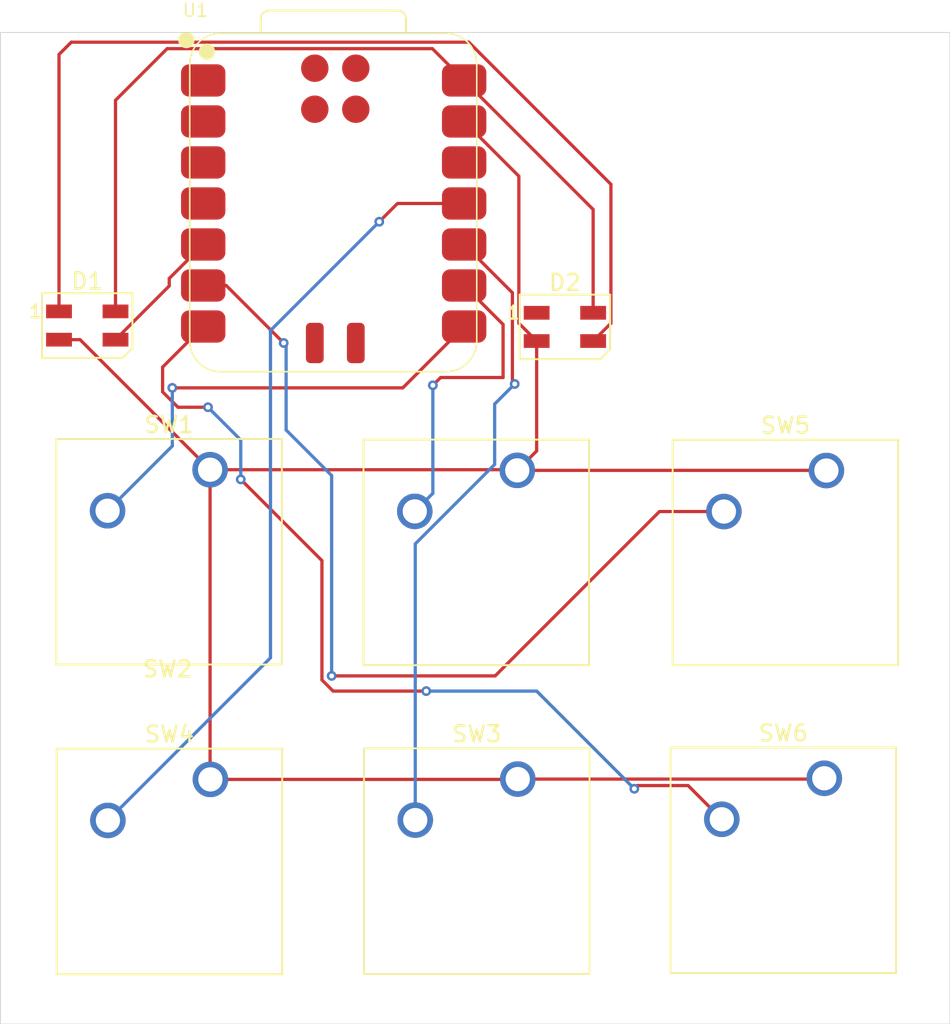
<source format=kicad_pcb>
(kicad_pcb (version 20241229) (generator "pcbnew") (generator_version "9.0")
  (layers (0 "F.Cu" signal) (2 "B.Cu" signal) (13 "F.Paste" user) (15 "B.Paste" user) (5 "F.SilkS" user "F.Silkscreen") (7 "B.SilkS" user "B.Silkscreen") (1 "F.Mask" user) (3 "B.Mask" user) (25 "Edge.Cuts" user))
  (net 0 "")
  (net 1 "Net-(D1-DIN)")
  (net 2 "+5V")
  (net 3 "GND")
  (net 4 "Net-(D1-DOUT)")
  (net 6 "Net-(U1-GPIO1{slash}RX)")
  (net 7 "Net-(U1-GPIO2{slash}SCK)")
  (net 8 "Net-(U1-GPIO4{slash}MISO)")
  (net 9 "Net-(U1-GPIO3{slash}MOSI)")
  (net 14 "Net-(U1-GPIO7{slash}SCL)")
  (net 15 "Net-(U1-GPIO0{slash}TX)")
  (footprint "Button_Switch_Keyboard:SW_Cherry_MX_1.00u_PCB" (layer "F.Cu") (at 148.85 109.66)
    (property "Reference" "SW4" (at -2.54 -2.794 0) (layer "F.SilkS"))
    (property "Value" "SW_Push")
    (fp_line (start -9.525 -1.905) (end 4.445 -1.905) (stroke (width 0.12)) (layer "F.SilkS"))
    (fp_line (start -9.525 12.065) (end -9.525 -1.905) (stroke (width 0.12)) (layer "F.SilkS"))
    (fp_line (start 4.445 -1.905) (end 4.445 12.065) (stroke (width 0.12)) (layer "F.SilkS"))
    (fp_line (start 4.445 12.065) (end -9.525 12.065) (stroke (width 0.12)) (layer "F.SilkS"))
    (pad "" np_thru_hole circle (at -7.62 5.08) (size 1.7 1.7) (drill 1.7) (layers "*.Cu" "*.Mask"))
    (pad "" np_thru_hole circle (at -2.54 5.08) (size 4 4) (drill 4) (layers "*.Cu" "*.Mask"))
    (pad "" np_thru_hole circle (at 2.54 5.08) (size 1.7 1.7) (drill 1.7) (layers "*.Cu" "*.Mask"))
    (pad "1" thru_hole circle (at 0 0) (size 2.2 2.2) (drill 1.5) (layers "*.Cu" "*.Mask") (net 3 "GND"))
    (pad "2" thru_hole circle (at -6.35 2.54) (size 2.2 2.2) (drill 1.5) (layers "*.Cu" "*.Mask") (net 9 "Net-(U1-GPIO3{slash}MOSI)"))
  )
  (footprint "Button_Switch_Keyboard:SW_Cherry_MX_1.00u_PCB" (layer "F.Cu") (at 187.01 90.53)
    (property "Reference" "SW5" (at -2.54 -2.794 0) (layer "F.SilkS"))
    (property "Value" "SW_Push")
    (fp_line (start -9.525 -1.905) (end 4.445 -1.905) (stroke (width 0.12)) (layer "F.SilkS"))
    (fp_line (start -9.525 12.065) (end -9.525 -1.905) (stroke (width 0.12)) (layer "F.SilkS"))
    (fp_line (start 4.445 -1.905) (end 4.445 12.065) (stroke (width 0.12)) (layer "F.SilkS"))
    (fp_line (start 4.445 12.065) (end -9.525 12.065) (stroke (width 0.12)) (layer "F.SilkS"))
    (pad "" np_thru_hole circle (at -7.62 5.08) (size 1.7 1.7) (drill 1.7) (layers "*.Cu" "*.Mask"))
    (pad "" np_thru_hole circle (at -2.54 5.08) (size 4 4) (drill 4) (layers "*.Cu" "*.Mask"))
    (pad "" np_thru_hole circle (at 2.54 5.08) (size 1.7 1.7) (drill 1.7) (layers "*.Cu" "*.Mask"))
    (pad "1" thru_hole circle (at 0 0) (size 2.2 2.2) (drill 1.5) (layers "*.Cu" "*.Mask") (net 3 "GND"))
    (pad "2" thru_hole circle (at -6.35 2.54) (size 2.2 2.2) (drill 1.5) (layers "*.Cu" "*.Mask") (net 14 "Net-(U1-GPIO7{slash}SCL)"))
  )
  (footprint "OPL:XIAO-RP2040-SMD" (layer "F.Cu") (at 156.4045 73.99025)
    (property "Reference" "U1" (at -9.335 -11.5 0) (layer "F.SilkS") (effects (font (size 0.78232 0.78232) (thickness 0.10668)) (justify left bottom)))
    (property "Value" "XIAO-RP2040-DIP")
    (fp_line (start -8.835 8.513) (end -8.835 -8.632) (stroke (width 0.1)) (layer "F.SilkS"))
    (fp_line (start -6.93 10.418) (end 7.04 10.418) (stroke (width 0.1)) (layer "F.SilkS"))
    (fp_line (start -4.44 -10.537) (end -4.436272 -11.447272) (stroke (width 0.127)) (layer "F.SilkS"))
    (fp_line (start -3.936272 -11.947) (end 4.059 -11.947) (stroke (width 0.127)) (layer "F.SilkS"))
    (fp_line (start 4.559 -11.447) (end 4.559 -10.537) (stroke (width 0.127)) (layer "F.SilkS"))
    (fp_line (start 7.04 -10.537) (end -6.93 -10.537) (stroke (width 0.1)) (layer "F.SilkS"))
    (fp_line (start 8.945 8.513) (end 8.945 -8.632) (stroke (width 0.1)) (layer "F.SilkS"))
    (fp_arc (start -8.835 -8.636) (mid -8.277038 -9.983038) (end -6.93 -10.541) (stroke (width 0.1)) (layer "F.SilkS"))
    (fp_arc (start -6.93 10.418) (mid -8.277038 9.860038) (end -8.835 8.513) (stroke (width 0.1)) (layer "F.SilkS"))
    (fp_arc (start -4.436272 -11.447272) (mid -4.289724 -11.800644) (end -3.936272 -11.947) (stroke (width 0.127)) (layer "F.SilkS"))
    (fp_arc (start 4.059 -11.947) (mid 4.412553 -11.800553) (end 4.559 -11.447) (stroke (width 0.127)) (layer "F.SilkS"))
    (fp_arc (start 7.04 -10.537) (mid 8.387038 -9.979038) (end 8.945 -8.632) (stroke (width 0.1)) (layer "F.SilkS"))
    (fp_arc (start 8.945 8.513) (mid 8.387038 9.860038) (end 7.04 10.418) (stroke (width 0.1)) (layer "F.SilkS"))
    (fp_circle (center -9.045 -10.121) (end -9.045 -10.375) (stroke (width 0.5)) (fill yes) (layer "F.SilkS"))
    (fp_circle (center -7.771 -9.404) (end -7.771 -9.658) (stroke (width 0.5)) (fill yes) (layer "F.SilkS"))
    (pad "1" smd roundrect (at -8 -7.62) (size 2.75 2) (layers "F.Cu" "F.Mask" "F.Paste"))
    (pad "2" smd roundrect (at -8 -5.08) (size 2.75 2) (layers "F.Cu" "F.Mask" "F.Paste"))
    (pad "3" smd roundrect (at -8 -2.54) (size 2.75 2) (layers "F.Cu" "F.Mask" "F.Paste"))
    (pad "4" smd roundrect (at -8 0) (size 2.75 2) (layers "F.Cu" "F.Mask" "F.Paste"))
    (pad "5" smd roundrect (at -8 2.54) (size 2.75 2) (layers "F.Cu" "F.Mask" "F.Paste") (net 1 "Net-(D1-DIN)"))
    (pad "6" smd roundrect (at -8 5.08) (size 2.75 2) (layers "F.Cu" "F.Mask" "F.Paste") (net 14 "Net-(U1-GPIO7{slash}SCL)"))
    (pad "7" smd roundrect (at -8 7.62) (size 2.75 2) (layers "F.Cu" "F.Mask" "F.Paste") (net 15 "Net-(U1-GPIO0{slash}TX)"))
    (pad "8" smd roundrect (at 8.165 7.62) (size 2.75 2) (layers "F.Cu" "F.Mask" "F.Paste") (net 6 "Net-(U1-GPIO1{slash}RX)"))
    (pad "9" smd roundrect (at 8.165 5.08) (size 2.75 2) (layers "F.Cu" "F.Mask" "F.Paste") (net 7 "Net-(U1-GPIO2{slash}SCK)"))
    (pad "10" smd roundrect (at 8.165 2.54) (size 2.75 2) (layers "F.Cu" "F.Mask" "F.Paste") (net 8 "Net-(U1-GPIO4{slash}MISO)"))
    (pad "11" smd roundrect (at 8.165 0) (size 2.75 2) (layers "F.Cu" "F.Mask" "F.Paste") (net 9 "Net-(U1-GPIO3{slash}MOSI)"))
    (pad "12" smd roundrect (at 8.165 -2.54) (size 2.75 2) (layers "F.Cu" "F.Mask" "F.Paste"))
    (pad "13" smd roundrect (at 8.165 -5.08) (size 2.75 2) (layers "F.Cu" "F.Mask" "F.Paste") (net 3 "GND"))
    (pad "14" smd roundrect (at 8.165 -7.62) (size 2.75 2) (layers "F.Cu" "F.Mask" "F.Paste") (net 2 "+5V"))
    (pad "15" smd roundrect (at -1.088 8.64 270) (size 2.5 1.1) (layers "F.Cu" "F.Mask" "F.Paste"))
    (pad "16" smd roundrect (at 1.452 8.64 270) (size 2.5 1.1) (layers "F.Cu" "F.Mask" "F.Paste"))
    (pad "17" smd circle (at -1.088 -8.378) (size 1.7 1.7) (layers "F.Cu" "F.Mask" "F.Paste"))
    (pad "18" smd circle (at 1.452 -8.378) (size 1.7 1.7) (layers "F.Cu" "F.Mask" "F.Paste"))
    (pad "19" smd circle (at -1.088 -5.838) (size 1.7 1.7) (layers "F.Cu" "F.Mask" "F.Paste"))
    (pad "20" smd circle (at 1.452 -5.838) (size 1.7 1.7) (layers "F.Cu" "F.Mask" "F.Paste"))
  )
  (footprint "Button_Switch_Keyboard:SW_Cherry_MX_1.00u_PCB" (layer "F.Cu") (at 186.88 109.59)
    (property "Reference" "SW6" (at -2.54 -2.794 0) (layer "F.SilkS"))
    (property "Value" "SW_Push")
    (fp_line (start -9.525 -1.905) (end 4.445 -1.905) (stroke (width 0.12)) (layer "F.SilkS"))
    (fp_line (start -9.525 12.065) (end -9.525 -1.905) (stroke (width 0.12)) (layer "F.SilkS"))
    (fp_line (start 4.445 -1.905) (end 4.445 12.065) (stroke (width 0.12)) (layer "F.SilkS"))
    (fp_line (start 4.445 12.065) (end -9.525 12.065) (stroke (width 0.12)) (layer "F.SilkS"))
    (pad "" np_thru_hole circle (at -7.62 5.08) (size 1.7 1.7) (drill 1.7) (layers "*.Cu" "*.Mask"))
    (pad "" np_thru_hole circle (at -2.54 5.08) (size 4 4) (drill 4) (layers "*.Cu" "*.Mask"))
    (pad "" np_thru_hole circle (at 2.54 5.08) (size 1.7 1.7) (drill 1.7) (layers "*.Cu" "*.Mask"))
    (pad "1" thru_hole circle (at 0 0) (size 2.2 2.2) (drill 1.5) (layers "*.Cu" "*.Mask") (net 3 "GND"))
    (pad "2" thru_hole circle (at -6.35 2.54) (size 2.2 2.2) (drill 1.5) (layers "*.Cu" "*.Mask") (net 15 "Net-(U1-GPIO0{slash}TX)"))
  )
  (footprint "Button_Switch_Keyboard:SW_Cherry_MX_1.00u_PCB" (layer "F.Cu") (at 167.89 109.64)
    (property "Reference" "SW3" (at -2.54 -2.794 0) (layer "F.SilkS"))
    (property "Value" "SW_Push")
    (fp_line (start -9.525 -1.905) (end 4.445 -1.905) (stroke (width 0.12)) (layer "F.SilkS"))
    (fp_line (start -9.525 12.065) (end -9.525 -1.905) (stroke (width 0.12)) (layer "F.SilkS"))
    (fp_line (start 4.445 -1.905) (end 4.445 12.065) (stroke (width 0.12)) (layer "F.SilkS"))
    (fp_line (start 4.445 12.065) (end -9.525 12.065) (stroke (width 0.12)) (layer "F.SilkS"))
    (pad "" np_thru_hole circle (at -7.62 5.08) (size 1.7 1.7) (drill 1.7) (layers "*.Cu" "*.Mask"))
    (pad "" np_thru_hole circle (at -2.54 5.08) (size 4 4) (drill 4) (layers "*.Cu" "*.Mask"))
    (pad "" np_thru_hole circle (at 2.54 5.08) (size 1.7 1.7) (drill 1.7) (layers "*.Cu" "*.Mask"))
    (pad "1" thru_hole circle (at 0 0) (size 2.2 2.2) (drill 1.5) (layers "*.Cu" "*.Mask") (net 3 "GND"))
    (pad "2" thru_hole circle (at -6.35 2.54) (size 2.2 2.2) (drill 1.5) (layers "*.Cu" "*.Mask") (net 8 "Net-(U1-GPIO4{slash}MISO)"))
  )
  (footprint "Button_Switch_Keyboard:SW_Cherry_MX_1.00u_PCB" (layer "F.Cu") (at 148.83 90.48)
    (property "Reference" "SW1" (at -2.54 -2.794 0) (layer "F.SilkS"))
    (property "Value" "SW_Push")
    (fp_line (start -9.525 -1.905) (end 4.445 -1.905) (stroke (width 0.12)) (layer "F.SilkS"))
    (fp_line (start -9.525 12.065) (end -9.525 -1.905) (stroke (width 0.12)) (layer "F.SilkS"))
    (fp_line (start 4.445 -1.905) (end 4.445 12.065) (stroke (width 0.12)) (layer "F.SilkS"))
    (fp_line (start 4.445 12.065) (end -9.525 12.065) (stroke (width 0.12)) (layer "F.SilkS"))
    (pad "" np_thru_hole circle (at -7.62 5.08) (size 1.7 1.7) (drill 1.7) (layers "*.Cu" "*.Mask"))
    (pad "" np_thru_hole circle (at -2.54 5.08) (size 4 4) (drill 4) (layers "*.Cu" "*.Mask"))
    (pad "" np_thru_hole circle (at 2.54 5.08) (size 1.7 1.7) (drill 1.7) (layers "*.Cu" "*.Mask"))
    (pad "1" thru_hole circle (at 0 0) (size 2.2 2.2) (drill 1.5) (layers "*.Cu" "*.Mask") (net 3 "GND"))
    (pad "2" thru_hole circle (at -6.35 2.54) (size 2.2 2.2) (drill 1.5) (layers "*.Cu" "*.Mask") (net 6 "Net-(U1-GPIO1{slash}RX)"))
  )
  (footprint "LED_SMD:LED_SK6812MINI_PLCC4_3.5x3.5mm_P1.75mm" (layer "F.Cu") (at 141.22 81.55)
    (property "Reference" "D1" (at 0 -2.75 0) (layer "F.SilkS"))
    (property "Value" "SK6812MINI")
    (fp_line (start -2.8 -2) (end -2.8 2) (stroke (width 0.12)) (layer "F.SilkS"))
    (fp_line (start -2.8 -2) (end 2.8 -2) (stroke (width 0.12)) (layer "F.SilkS"))
    (fp_line (start -2.8 2) (end 2.2 2) (stroke (width 0.12)) (layer "F.SilkS"))
    (fp_line (start 2.8 1.4) (end 2.2 2) (stroke (width 0.12)) (layer "F.SilkS"))
    (fp_line (start 2.8 1.4) (end 2.8 -2) (stroke (width 0.12)) (layer "F.SilkS"))
    (fp_text user "1" (at -3.2 -0.875 0) (layer "F.SilkS") (effects (font (size 0.8 0.8))))
    (pad "1" smd rect (at -1.75 -0.875) (size 1.6 0.85) (layers "F.Cu" "F.Mask" "F.Paste") (net 4 "Net-(D1-DOUT)"))
    (pad "2" smd rect (at -1.75 0.875) (size 1.6 0.85) (layers "F.Cu" "F.Mask" "F.Paste") (net 3 "GND"))
    (pad "3" smd rect (at 1.75 0.875) (size 1.6 0.85) (layers "F.Cu" "F.Mask" "F.Paste") (net 1 "Net-(D1-DIN)"))
    (pad "4" smd rect (at 1.75 -0.875) (size 1.6 0.85) (layers "F.Cu" "F.Mask" "F.Paste") (net 2 "+5V"))
  )
  (footprint "Button_Switch_Keyboard:SW_Cherry_MX_1.00u_PCB" (layer "F.Cu") (at 167.86 90.52)
    (property "Reference" "SW2" (at -21.67 12.306 0) (layer "F.SilkS"))
    (property "Value" "SW_Push")
    (fp_line (start -9.525 -1.905) (end 4.445 -1.905) (stroke (width 0.12)) (layer "F.SilkS"))
    (fp_line (start -9.525 12.065) (end -9.525 -1.905) (stroke (width 0.12)) (layer "F.SilkS"))
    (fp_line (start 4.445 -1.905) (end 4.445 12.065) (stroke (width 0.12)) (layer "F.SilkS"))
    (fp_line (start 4.445 12.065) (end -9.525 12.065) (stroke (width 0.12)) (layer "F.SilkS"))
    (pad "" np_thru_hole circle (at -7.62 5.08) (size 1.7 1.7) (drill 1.7) (layers "*.Cu" "*.Mask"))
    (pad "" np_thru_hole circle (at -2.54 5.08) (size 4 4) (drill 4) (layers "*.Cu" "*.Mask"))
    (pad "" np_thru_hole circle (at 2.54 5.08) (size 1.7 1.7) (drill 1.7) (layers "*.Cu" "*.Mask"))
    (pad "1" thru_hole circle (at 0 0) (size 2.2 2.2) (drill 1.5) (layers "*.Cu" "*.Mask") (net 3 "GND"))
    (pad "2" thru_hole circle (at -6.35 2.54) (size 2.2 2.2) (drill 1.5) (layers "*.Cu" "*.Mask") (net 7 "Net-(U1-GPIO2{slash}SCK)"))
  )
  (footprint "LED_SMD:LED_SK6812MINI_PLCC4_3.5x3.5mm_P1.75mm" (layer "F.Cu") (at 170.81 81.635)
    (property "Reference" "D2" (at 0 -2.75 0) (layer "F.SilkS"))
    (property "Value" "SK6812MINI")
    (fp_line (start -2.8 -2) (end -2.8 2) (stroke (width 0.12)) (layer "F.SilkS"))
    (fp_line (start -2.8 -2) (end 2.8 -2) (stroke (width 0.12)) (layer "F.SilkS"))
    (fp_line (start -2.8 2) (end 2.2 2) (stroke (width 0.12)) (layer "F.SilkS"))
    (fp_line (start 2.8 1.4) (end 2.2 2) (stroke (width 0.12)) (layer "F.SilkS"))
    (fp_line (start 2.8 1.4) (end 2.8 -2) (stroke (width 0.12)) (layer "F.SilkS"))
    (fp_text user "1" (at -3.2 -0.875 0) (layer "F.SilkS") (effects (font (size 0.8 0.8))))
    (pad "1" smd rect (at -1.75 -0.875) (size 1.6 0.85) (layers "F.Cu" "F.Mask" "F.Paste"))
    (pad "2" smd rect (at -1.75 0.875) (size 1.6 0.85) (layers "F.Cu" "F.Mask" "F.Paste") (net 3 "GND"))
    (pad "3" smd rect (at 1.75 0.875) (size 1.6 0.85) (layers "F.Cu" "F.Mask" "F.Paste") (net 4 "Net-(D1-DOUT)"))
    (pad "4" smd rect (at 1.75 -0.875) (size 1.6 0.85) (layers "F.Cu" "F.Mask" "F.Paste") (net 2 "+5V"))
  )
  (gr_rect (start 135.84 63.4) (end 194.66 124.81) (stroke (width 0.05)) (fill no) (layer "Edge.Cuts"))
  (segment (start 142.97 82.425) (end 146.3 79.095) (width 0.2) (layer "F.Cu") (net 1))
  (segment (start 146.3 78.63475) (end 148.4045 76.53025) (width 0.2) (layer "F.Cu") (net 1))
  (segment (start 146.3 79.095) (end 146.3 78.63475) (width 0.2) (layer "F.Cu") (net 1))
  (segment (start 142.97 80.675) (end 142.97 67.6) (width 0.2) (layer "F.Cu") (net 2))
  (segment (start 142.97 67.6) (end 146.168 64.402) (width 0.2) (layer "F.Cu") (net 2))
  (segment (start 172.56 74.36075) (end 164.5695 66.37025) (width 0.2) (layer "F.Cu") (net 2))
  (segment (start 146.168 64.402) (end 162.60125 64.402) (width 0.2) (layer "F.Cu") (net 2))
  (segment (start 172.56 80.76) (end 172.56 74.36075) (width 0.2) (layer "F.Cu") (net 2))
  (segment (start 162.60125 64.402) (end 164.5695 66.37025) (width 0.2) (layer "F.Cu") (net 2))
  (segment (start 148.83 90.48) (end 140.775 82.425) (width 0.2) (layer "F.Cu") (net 3))
  (segment (start 186.83 109.64) (end 186.88 109.59) (width 0.2) (layer "F.Cu") (net 3))
  (segment (start 167.82 90.48) (end 167.86 90.52) (width 0.2) (layer "F.Cu") (net 3))
  (segment (start 140.775 82.425) (end 139.47 82.425) (width 0.2) (layer "F.Cu") (net 3))
  (segment (start 167.89 109.64) (end 186.83 109.64) (width 0.2) (layer "F.Cu") (net 3))
  (segment (start 167.959 81.409) (end 167.959 72.29975) (width 0.2) (layer "F.Cu") (net 3))
  (segment (start 167.86 90.52) (end 187 90.52) (width 0.2) (layer "F.Cu") (net 3))
  (segment (start 167.87 109.66) (end 167.89 109.64) (width 0.2) (layer "F.Cu") (net 3))
  (segment (start 148.83 109.64) (end 148.85 109.66) (width 0.2) (layer "F.Cu") (net 3))
  (segment (start 167.959 72.29975) (end 164.5695 68.91025) (width 0.2) (layer "F.Cu") (net 3))
  (segment (start 187 90.52) (end 187.01 90.53) (width 0.2) (layer "F.Cu") (net 3))
  (segment (start 148.83 90.48) (end 148.83 109.64) (width 0.2) (layer "F.Cu") (net 3))
  (segment (start 169.06 82.51) (end 167.959 81.409) (width 0.2) (layer "F.Cu") (net 3))
  (segment (start 169.06 82.51) (end 169.06 89.32) (width 0.2) (layer "F.Cu") (net 3))
  (segment (start 169.06 89.32) (end 167.86 90.52) (width 0.2) (layer "F.Cu") (net 3))
  (segment (start 148.83 90.48) (end 167.82 90.48) (width 0.2) (layer "F.Cu") (net 3))
  (segment (start 148.85 109.66) (end 167.87 109.66) (width 0.2) (layer "F.Cu") (net 3))
  (segment (start 164.86 64.001) (end 140.23 64.001) (width 0.2) (layer "F.Cu") (net 4))
  (segment (start 172.56 82.51) (end 173.661 81.409) (width 0.2) (layer "F.Cu") (net 4))
  (segment (start 140.23 64.001) (end 139.47 64.761) (width 0.2) (layer "F.Cu") (net 4))
  (segment (start 173.661 81.409) (end 173.661 72.802) (width 0.2) (layer "F.Cu") (net 4))
  (segment (start 139.47 64.761) (end 139.47 80.675) (width 0.2) (layer "F.Cu") (net 4))
  (segment (start 173.661 72.802) (end 164.86 64.001) (width 0.2) (layer "F.Cu") (net 4))
  (segment (start 164.5695 81.61025) (end 160.76975 85.41) (width 0.2) (layer "F.Cu") (net 6))
  (segment (start 160.76975 85.41) (end 146.49 85.41) (width 0.2) (layer "F.Cu") (net 6))
  (via (at 146.49 85.41) (size 0.6) (drill 0.3) (layers "F.Cu" "B.Cu") (net 6))
  (segment (start 146.49 89.01) (end 142.48 93.02) (width 0.2) (layer "B.Cu") (net 6))
  (segment (start 146.49 85.41) (end 146.49 89.01) (width 0.2) (layer "B.Cu") (net 6))
  (segment (start 163.11 84.77) (end 162.63 85.25) (width 0.2) (layer "F.Cu") (net 7))
  (segment (start 166.98 84.77) (end 163.11 84.77) (width 0.2) (layer "F.Cu") (net 7))
  (segment (start 164.5695 79.07025) (end 166.98 81.48075) (width 0.2) (layer "F.Cu") (net 7))
  (segment (start 166.98 81.48075) (end 166.98 84.77) (width 0.2) (layer "F.Cu") (net 7))
  (via (at 162.63 85.25) (size 0.6) (drill 0.3) (layers "F.Cu" "B.Cu") (net 7))
  (segment (start 162.63 85.25) (end 162.63 91.94) (width 0.2) (layer "B.Cu") (net 7))
  (segment (start 162.63 91.94) (end 161.51 93.06) (width 0.2) (layer "B.Cu") (net 7))
  (segment (start 167.7 85.17) (end 167.558 85.028) (width 0.2) (layer "F.Cu") (net 8))
  (segment (start 167.558 85.028) (end 167.558 79.51875) (width 0.2) (layer "F.Cu") (net 8))
  (segment (start 167.558 79.51875) (end 164.5695 76.53025) (width 0.2) (layer "F.Cu") (net 8))
  (via (at 167.7 85.17) (size 0.6) (drill 0.3) (layers "F.Cu" "B.Cu") (net 8))
  (segment (start 166.459 90.152314) (end 166.459 86.411) (width 0.2) (layer "B.Cu") (net 8))
  (segment (start 161.54 95.071314) (end 166.459 90.152314) (width 0.2) (layer "B.Cu") (net 8))
  (segment (start 166.459 86.411) (end 167.7 85.17) (width 0.2) (layer "B.Cu") (net 8))
  (segment (start 161.54 112.18) (end 161.54 95.071314) (width 0.2) (layer "B.Cu") (net 8))
  (segment (start 159.31 75.12) (end 160.43975 73.99025) (width 0.2) (layer "F.Cu") (net 9))
  (segment (start 160.43975 73.99025) (end 164.5695 73.99025) (width 0.2) (layer "F.Cu") (net 9))
  (via (at 159.31 75.12) (size 0.6) (drill 0.3) (layers "F.Cu" "B.Cu") (net 9))
  (segment (start 152.571 102.129) (end 152.571 81.859) (width 0.2) (layer "B.Cu") (net 9))
  (segment (start 152.571 81.859) (end 159.31 75.12) (width 0.2) (layer "B.Cu") (net 9))
  (segment (start 142.5 112.2) (end 152.571 102.129) (width 0.2) (layer "B.Cu") (net 9))
  (segment (start 149.83025 79.07025) (end 148.4045 79.07025) (width 0.2) (layer "F.Cu") (net 14))
  (segment (start 153.39 82.63) (end 149.83025 79.07025) (width 0.2) (layer "F.Cu") (net 14))
  (segment (start 180.66 93.07) (end 176.66847 93.07) (width 0.2) (layer "F.Cu") (net 14))
  (segment (start 166.48847 103.25) (end 156.36 103.25) (width 0.2) (layer "F.Cu") (net 14))
  (segment (start 176.66847 93.07) (end 166.48847 103.25) (width 0.2) (layer "F.Cu") (net 14))
  (via (at 156.36 103.25) (size 0.6) (drill 0.3) (layers "F.Cu" "B.Cu") (net 14))
  (via (at 153.39 82.63) (size 0.6) (drill 0.3) (layers "F.Cu" "B.Cu") (net 14))
  (segment (start 156.36 103.25) (end 156.36 90.84) (width 0.2) (layer "B.Cu") (net 14))
  (segment (start 156.36 90.84) (end 153.54 88.02) (width 0.2) (layer "B.Cu") (net 14))
  (segment (start 153.54 82.78) (end 153.39 82.63) (width 0.2) (layer "B.Cu") (net 14))
  (segment (start 153.54 88.02) (end 153.54 82.78) (width 0.2) (layer "B.Cu") (net 14))
  (segment (start 155.759 96.109) (end 150.73 91.08) (width 0.2) (layer "F.Cu") (net 15))
  (segment (start 162.22 104.19) (end 156.450057 104.19) (width 0.2) (layer "F.Cu") (net 15))
  (segment (start 155.759 103.498943) (end 155.759 96.109) (width 0.2) (layer "F.Cu") (net 15))
  (segment (start 146.840057 86.61) (end 145.889 85.658943) (width 0.2) (layer "F.Cu") (net 15))
  (segment (start 145.889 84.12575) (end 148.4045 81.61025) (width 0.2) (layer "F.Cu") (net 15))
  (segment (start 180.53 112.13) (end 178.441 110.041) (width 0.2) (layer "F.Cu") (net 15))
  (segment (start 175.309 110.041) (end 175.11 110.24) (width 0.2) (layer "F.Cu") (net 15))
  (segment (start 178.441 110.041) (end 175.309 110.041) (width 0.2) (layer "F.Cu") (net 15))
  (segment (start 156.450057 104.19) (end 155.759 103.498943) (width 0.2) (layer "F.Cu") (net 15))
  (segment (start 148.7 86.61) (end 146.840057 86.61) (width 0.2) (layer "F.Cu") (net 15))
  (segment (start 145.889 85.658943) (end 145.889 84.12575) (width 0.2) (layer "F.Cu") (net 15))
  (via (at 175.11 110.24) (size 0.6) (drill 0.3) (layers "F.Cu" "B.Cu") (net 15))
  (via (at 148.7 86.61) (size 0.6) (drill 0.3) (layers "F.Cu" "B.Cu") (net 15))
  (via (at 162.22 104.19) (size 0.6) (drill 0.3) (layers "F.Cu" "B.Cu") (net 15))
  (via (at 150.73 91.08) (size 0.6) (drill 0.3) (layers "F.Cu" "B.Cu") (net 15))
  (segment (start 150.73 88.64) (end 148.7 86.61) (width 0.2) (layer "B.Cu") (net 15))
  (segment (start 150.73 91.08) (end 150.73 88.64) (width 0.2) (layer "B.Cu") (net 15))
  (segment (start 175.11 110.24) (end 169.06 104.19) (width 0.2) (layer "B.Cu") (net 15))
  (segment (start 169.06 104.19) (end 162.22 104.19) (width 0.2) (layer "B.Cu") (net 15))
)
</source>
